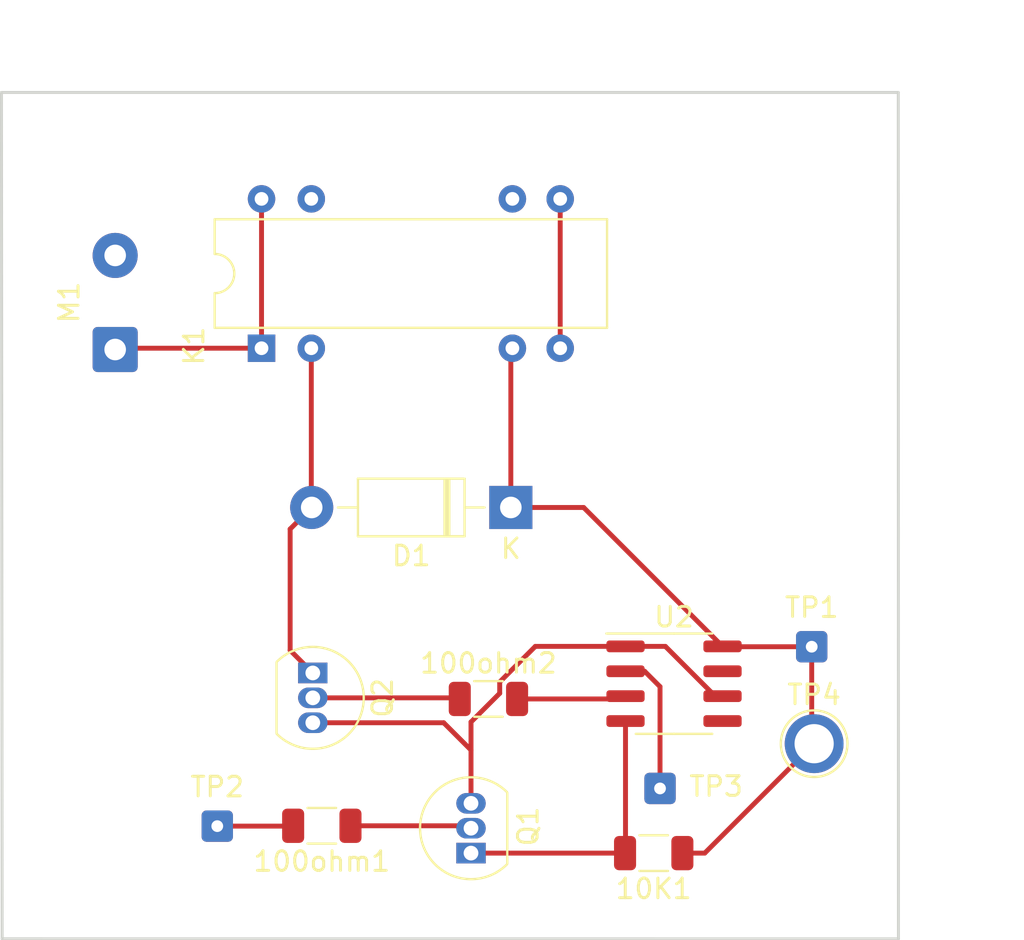
<source format=kicad_pcb>
(kicad_pcb (version 20171130) (host pcbnew "(5.1.9)-1")

  (general
    (thickness 1.6)
    (drawings 6)
    (tracks 46)
    (zones 0)
    (modules 13)
    (nets 12)
  )

  (page A4)
  (layers
    (0 F.Cu signal)
    (31 B.Cu signal)
    (32 B.Adhes user)
    (33 F.Adhes user)
    (34 B.Paste user)
    (35 F.Paste user)
    (36 B.SilkS user)
    (37 F.SilkS user)
    (38 B.Mask user)
    (39 F.Mask user)
    (40 Dwgs.User user)
    (41 Cmts.User user)
    (42 Eco1.User user)
    (43 Eco2.User user)
    (44 Edge.Cuts user)
    (45 Margin user)
    (46 B.CrtYd user)
    (47 F.CrtYd user)
    (48 B.Fab user)
    (49 F.Fab user)
  )

  (setup
    (last_trace_width 0.25)
    (trace_clearance 0.2)
    (zone_clearance 0.508)
    (zone_45_only no)
    (trace_min 0.2)
    (via_size 0.8)
    (via_drill 0.4)
    (via_min_size 0.4)
    (via_min_drill 0.3)
    (uvia_size 0.3)
    (uvia_drill 0.1)
    (uvias_allowed no)
    (uvia_min_size 0.2)
    (uvia_min_drill 0.1)
    (edge_width 0.05)
    (segment_width 0.2)
    (pcb_text_width 0.3)
    (pcb_text_size 1.5 1.5)
    (mod_edge_width 0.12)
    (mod_text_size 1 1)
    (mod_text_width 0.15)
    (pad_size 3 3)
    (pad_drill 2)
    (pad_to_mask_clearance 0)
    (aux_axis_origin 0 0)
    (grid_origin 174.02302 79.2607)
    (visible_elements 7FFDFFFF)
    (pcbplotparams
      (layerselection 0x210a8_7fffffff)
      (usegerberextensions false)
      (usegerberattributes true)
      (usegerberadvancedattributes true)
      (creategerberjobfile true)
      (excludeedgelayer true)
      (linewidth 0.100000)
      (plotframeref false)
      (viasonmask false)
      (mode 1)
      (useauxorigin false)
      (hpglpennumber 1)
      (hpglpenspeed 20)
      (hpglpendiameter 15.000000)
      (psnegative false)
      (psa4output false)
      (plotreference true)
      (plotvalue true)
      (plotinvisibletext false)
      (padsonsilk false)
      (subtractmaskfromsilk false)
      (outputformat 4)
      (mirror false)
      (drillshape 0)
      (scaleselection 1)
      (outputdirectory "water controller gerber/"))
  )

  (net 0 "")
  (net 1 "Net-(100ohm1-Pad2)")
  (net 2 "Net-(100ohm1-Pad1)")
  (net 3 "Net-(100ohm2-Pad2)")
  (net 4 "Net-(100ohm2-Pad1)")
  (net 5 "Net-(10K1-Pad2)")
  (net 6 "Net-(10K1-Pad1)")
  (net 7 "Net-(D1-Pad2)")
  (net 8 "Net-(K1-Pad1)")
  (net 9 "Net-(K1-Pad7)")
  (net 10 GNDREF)
  (net 11 "Net-(TP3-Pad1)")

  (net_class Default "This is the default net class."
    (clearance 0.2)
    (trace_width 0.25)
    (via_dia 0.8)
    (via_drill 0.4)
    (uvia_dia 0.3)
    (uvia_drill 0.1)
    (add_net AC)
    (add_net GNDREF)
    (add_net "Net-(100ohm1-Pad1)")
    (add_net "Net-(100ohm1-Pad2)")
    (add_net "Net-(100ohm2-Pad1)")
    (add_net "Net-(100ohm2-Pad2)")
    (add_net "Net-(10K1-Pad1)")
    (add_net "Net-(10K1-Pad2)")
    (add_net "Net-(D1-Pad2)")
    (add_net "Net-(K1-Pad1)")
    (add_net "Net-(K1-Pad7)")
    (add_net "Net-(TP3-Pad1)")
    (add_net "Net-(U2-Pad5)")
    (add_net "Net-(U2-Pad7)")
  )

  (module Package_SO:SOIC-8_3.9x4.9mm_P1.27mm (layer F.Cu) (tedit 5D9F72B1) (tstamp 60569BD9)
    (at 208.28508 66.26352)
    (descr "SOIC, 8 Pin (JEDEC MS-012AA, https://www.analog.com/media/en/package-pcb-resources/package/pkg_pdf/soic_narrow-r/r_8.pdf), generated with kicad-footprint-generator ipc_gullwing_generator.py")
    (tags "SOIC SO")
    (path /6054DB57)
    (attr smd)
    (fp_text reference U2 (at 0 -3.4) (layer F.SilkS)
      (effects (font (size 1 1) (thickness 0.15)))
    )
    (fp_text value LM555 (at 0 3.4) (layer F.Fab)
      (effects (font (size 1 1) (thickness 0.15)))
    )
    (fp_line (start 3.7 -2.7) (end -3.7 -2.7) (layer F.CrtYd) (width 0.05))
    (fp_line (start 3.7 2.7) (end 3.7 -2.7) (layer F.CrtYd) (width 0.05))
    (fp_line (start -3.7 2.7) (end 3.7 2.7) (layer F.CrtYd) (width 0.05))
    (fp_line (start -3.7 -2.7) (end -3.7 2.7) (layer F.CrtYd) (width 0.05))
    (fp_line (start -1.95 -1.475) (end -0.975 -2.45) (layer F.Fab) (width 0.1))
    (fp_line (start -1.95 2.45) (end -1.95 -1.475) (layer F.Fab) (width 0.1))
    (fp_line (start 1.95 2.45) (end -1.95 2.45) (layer F.Fab) (width 0.1))
    (fp_line (start 1.95 -2.45) (end 1.95 2.45) (layer F.Fab) (width 0.1))
    (fp_line (start -0.975 -2.45) (end 1.95 -2.45) (layer F.Fab) (width 0.1))
    (fp_line (start 0 -2.56) (end -3.45 -2.56) (layer F.SilkS) (width 0.12))
    (fp_line (start 0 -2.56) (end 1.95 -2.56) (layer F.SilkS) (width 0.12))
    (fp_line (start 0 2.56) (end -1.95 2.56) (layer F.SilkS) (width 0.12))
    (fp_line (start 0 2.56) (end 1.95 2.56) (layer F.SilkS) (width 0.12))
    (fp_text user %R (at -0.11248 -0.99834) (layer F.Fab)
      (effects (font (size 0.98 0.98) (thickness 0.15)))
    )
    (pad 8 smd roundrect (at 2.475 -1.905) (size 1.95 0.6) (layers F.Cu F.Paste F.Mask) (roundrect_rratio 0.25)
      (net 6 "Net-(10K1-Pad1)"))
    (pad 7 smd roundrect (at 2.475 -0.635) (size 1.95 0.6) (layers F.Cu F.Paste F.Mask) (roundrect_rratio 0.25))
    (pad 6 smd roundrect (at 2.475 0.635) (size 1.95 0.6) (layers F.Cu F.Paste F.Mask) (roundrect_rratio 0.25)
      (net 10 GNDREF))
    (pad 5 smd roundrect (at 2.475 1.905) (size 1.95 0.6) (layers F.Cu F.Paste F.Mask) (roundrect_rratio 0.25))
    (pad 4 smd roundrect (at -2.475 1.905) (size 1.95 0.6) (layers F.Cu F.Paste F.Mask) (roundrect_rratio 0.25)
      (net 5 "Net-(10K1-Pad2)"))
    (pad 3 smd roundrect (at -2.475 0.635) (size 1.95 0.6) (layers F.Cu F.Paste F.Mask) (roundrect_rratio 0.25)
      (net 3 "Net-(100ohm2-Pad2)"))
    (pad 2 smd roundrect (at -2.475 -0.635) (size 1.95 0.6) (layers F.Cu F.Paste F.Mask) (roundrect_rratio 0.25)
      (net 11 "Net-(TP3-Pad1)"))
    (pad 1 smd roundrect (at -2.475 -1.905) (size 1.95 0.6) (layers F.Cu F.Paste F.Mask) (roundrect_rratio 0.25)
      (net 10 GNDREF))
    (model ${KISYS3DMOD}/Package_SO.3dshapes/SOIC-8_3.9x4.9mm_P1.27mm.wrl
      (at (xyz 0 0 0))
      (scale (xyz 1 1 1))
      (rotate (xyz 0 0 0))
    )
  )

  (module TestPoint:TestPoint_Plated_Hole_D2.0mm (layer F.Cu) (tedit 6056A90F) (tstamp 60569B8D)
    (at 215.43518 69.32422)
    (descr "Plated Hole as test Point, diameter 2.0mm")
    (tags "test point plated hole")
    (path /6056FBED)
    (attr virtual)
    (fp_text reference TP4 (at 0 -2.498) (layer F.SilkS)
      (effects (font (size 1 1) (thickness 0.15)))
    )
    (fp_text value "+9V VCC" (at 0 2.45) (layer F.Fab)
      (effects (font (size 1 1) (thickness 0.15)))
    )
    (fp_circle (center 0 0) (end 1.8 0) (layer F.CrtYd) (width 0.05))
    (fp_circle (center 0 0) (end 0 -1.7) (layer F.SilkS) (width 0.12))
    (fp_text user %R (at 0 -2.5) (layer F.Fab)
      (effects (font (size 1 1) (thickness 0.15)))
    )
    (pad 1 thru_hole circle (at 0 0) (size 3 3) (drill 2) (layers *.Mask F.Cu)
      (net 6 "Net-(10K1-Pad1)"))
  )

  (module Connector_Wire:SolderWire-0.1sqmm_1x01_D0.4mm_OD1mm (layer F.Cu) (tedit 6056A872) (tstamp 60569B85)
    (at 207.57134 71.60768)
    (descr "Soldered wire connection, for a single 0.1 mm² wire, basic insulation, conductor diameter 0.4mm, outer diameter 1mm, size source Multi-Contact FLEXI-E 0.1 (https://ec.staubli.com/AcroFiles/Catalogues/TM_Cab-Main-11014119_(en)_hi.pdf), bend radius 3 times outer diameter, generated with kicad-footprint-generator")
    (tags "connector wire 0.1sqmm")
    (path /60576B9F)
    (attr virtual)
    (fp_text reference TP3 (at 2.86258 -0.10414) (layer F.SilkS)
      (effects (font (size 1 1) (thickness 0.15)))
    )
    (fp_text value LOW (at 0 2) (layer F.Fab)
      (effects (font (size 1 1) (thickness 0.15)))
    )
    (fp_circle (center 0 0) (end 0.5 0) (layer F.Fab) (width 0.1))
    (fp_line (start -1.3 -1.3) (end -1.3 1.3) (layer F.CrtYd) (width 0.05))
    (fp_line (start -1.3 1.3) (end 1.3 1.3) (layer F.CrtYd) (width 0.05))
    (fp_line (start 1.3 1.3) (end 1.3 -1.3) (layer F.CrtYd) (width 0.05))
    (fp_line (start 1.3 -1.3) (end -1.3 -1.3) (layer F.CrtYd) (width 0.05))
    (fp_text user %R (at 0 0) (layer F.Fab)
      (effects (font (size 0.25 0.25) (thickness 0.04)))
    )
    (pad 1 thru_hole roundrect (at 0 0) (size 1.6 1.6) (drill 0.6) (layers *.Mask F.Cu) (roundrect_rratio 0.156)
      (net 11 "Net-(TP3-Pad1)"))
    (model ${KISYS3DMOD}/Connector_Wire.3dshapes/SolderWire-0.1sqmm_1x01_D0.4mm_OD1mm.wrl
      (at (xyz 0 0 0))
      (scale (xyz 1 1 1))
      (rotate (xyz 0 0 0))
    )
  )

  (module Connector_Wire:SolderWire-0.1sqmm_1x01_D0.4mm_OD1mm (layer F.Cu) (tedit 6056A84F) (tstamp 60569B7A)
    (at 184.98058 73.53046)
    (descr "Soldered wire connection, for a single 0.1 mm² wire, basic insulation, conductor diameter 0.4mm, outer diameter 1mm, size source Multi-Contact FLEXI-E 0.1 (https://ec.staubli.com/AcroFiles/Catalogues/TM_Cab-Main-11014119_(en)_hi.pdf), bend radius 3 times outer diameter, generated with kicad-footprint-generator")
    (tags "connector wire 0.1sqmm")
    (path /60577BB3)
    (attr virtual)
    (fp_text reference TP2 (at 0 -2) (layer F.SilkS)
      (effects (font (size 1 1) (thickness 0.15)))
    )
    (fp_text value UP (at 0 2) (layer F.Fab)
      (effects (font (size 1 1) (thickness 0.15)))
    )
    (fp_circle (center 0 0) (end 0.5 0) (layer F.Fab) (width 0.1))
    (fp_line (start -1.3 -1.3) (end -1.3 1.3) (layer F.CrtYd) (width 0.05))
    (fp_line (start -1.3 1.3) (end 1.3 1.3) (layer F.CrtYd) (width 0.05))
    (fp_line (start 1.3 1.3) (end 1.3 -1.3) (layer F.CrtYd) (width 0.05))
    (fp_line (start 1.3 -1.3) (end -1.3 -1.3) (layer F.CrtYd) (width 0.05))
    (fp_text user %R (at 0 0) (layer F.Fab)
      (effects (font (size 0.25 0.25) (thickness 0.04)))
    )
    (pad 1 thru_hole roundrect (at 0 0) (size 1.6 1.6) (drill 0.6) (layers *.Mask F.Cu) (roundrect_rratio 0.156)
      (net 1 "Net-(100ohm1-Pad2)"))
    (model ${KISYS3DMOD}/Connector_Wire.3dshapes/SolderWire-0.1sqmm_1x01_D0.4mm_OD1mm.wrl
      (at (xyz 0 0 0))
      (scale (xyz 1 1 1))
      (rotate (xyz 0 0 0))
    )
  )

  (module Connector_Wire:SolderWire-0.1sqmm_1x01_D0.4mm_OD1mm (layer F.Cu) (tedit 6056A886) (tstamp 60569B6F)
    (at 215.31072 64.3763)
    (descr "Soldered wire connection, for a single 0.1 mm² wire, basic insulation, conductor diameter 0.4mm, outer diameter 1mm, size source Multi-Contact FLEXI-E 0.1 (https://ec.staubli.com/AcroFiles/Catalogues/TM_Cab-Main-11014119_(en)_hi.pdf), bend radius 3 times outer diameter, generated with kicad-footprint-generator")
    (tags "connector wire 0.1sqmm")
    (path /60578876)
    (attr virtual)
    (fp_text reference TP1 (at 0 -2) (layer F.SilkS)
      (effects (font (size 1 1) (thickness 0.15)))
    )
    (fp_text value VCC (at 0 2) (layer F.Fab)
      (effects (font (size 1 1) (thickness 0.15)))
    )
    (fp_circle (center 0 0) (end 0.5 0) (layer F.Fab) (width 0.1))
    (fp_line (start -1.3 -1.3) (end -1.3 1.3) (layer F.CrtYd) (width 0.05))
    (fp_line (start -1.3 1.3) (end 1.3 1.3) (layer F.CrtYd) (width 0.05))
    (fp_line (start 1.3 1.3) (end 1.3 -1.3) (layer F.CrtYd) (width 0.05))
    (fp_line (start 1.3 -1.3) (end -1.3 -1.3) (layer F.CrtYd) (width 0.05))
    (fp_text user %R (at 0 0) (layer F.Fab)
      (effects (font (size 0.25 0.25) (thickness 0.04)))
    )
    (pad 1 thru_hole roundrect (at 0 0) (size 1.6 1.6) (drill 0.6) (layers *.Mask F.Cu) (roundrect_rratio 0.156)
      (net 6 "Net-(10K1-Pad1)"))
    (model ${KISYS3DMOD}/Connector_Wire.3dshapes/SolderWire-0.1sqmm_1x01_D0.4mm_OD1mm.wrl
      (at (xyz 0 0 0))
      (scale (xyz 1 1 1))
      (rotate (xyz 0 0 0))
    )
  )

  (module Package_TO_SOT_THT:TO-92_Inline (layer F.Cu) (tedit 6056A846) (tstamp 60569B64)
    (at 189.85484 65.71488 270)
    (descr "TO-92 leads in-line, narrow, oval pads, drill 0.75mm (see NXP sot054_po.pdf)")
    (tags "to-92 sc-43 sc-43a sot54 PA33 transistor")
    (path /60555812)
    (fp_text reference Q2 (at 1.27 -3.56 90) (layer F.SilkS)
      (effects (font (size 1 1) (thickness 0.15)))
    )
    (fp_text value BC548 (at 1.27 2.79 90) (layer F.Fab)
      (effects (font (size 1 1) (thickness 0.15)))
    )
    (fp_line (start -0.53 1.85) (end 3.07 1.85) (layer F.SilkS) (width 0.12))
    (fp_line (start -0.5 1.75) (end 3 1.75) (layer F.Fab) (width 0.1))
    (fp_line (start -1.46 -2.73) (end 4 -2.73) (layer F.CrtYd) (width 0.05))
    (fp_line (start -1.46 -2.73) (end -1.46 2.01) (layer F.CrtYd) (width 0.05))
    (fp_line (start 4 2.01) (end 4 -2.73) (layer F.CrtYd) (width 0.05))
    (fp_line (start 4 2.01) (end -1.46 2.01) (layer F.CrtYd) (width 0.05))
    (fp_arc (start 1.27 0) (end 1.27 -2.6) (angle 135) (layer F.SilkS) (width 0.12))
    (fp_arc (start 1.27 0) (end 1.27 -2.48) (angle -135) (layer F.Fab) (width 0.1))
    (fp_arc (start 1.27 0) (end 1.27 -2.6) (angle -135) (layer F.SilkS) (width 0.12))
    (fp_arc (start 1.27 0) (end 1.27 -2.48) (angle 135) (layer F.Fab) (width 0.1))
    (fp_text user %R (at 1.27 0 90) (layer F.Fab)
      (effects (font (size 1 1) (thickness 0.15)))
    )
    (pad 1 thru_hole rect (at 0 0 270) (size 1.05 1.5) (drill 0.75) (layers *.Mask F.Cu)
      (net 7 "Net-(D1-Pad2)"))
    (pad 3 thru_hole oval (at 2.54 0 270) (size 1.05 1.5) (drill 0.75) (layers *.Mask F.Cu)
      (net 10 GNDREF))
    (pad 2 thru_hole oval (at 1.27 0 270) (size 1.05 1.5) (drill 0.75) (layers *.Mask F.Cu)
      (net 4 "Net-(100ohm2-Pad1)"))
    (model ${KISYS3DMOD}/Package_TO_SOT_THT.3dshapes/TO-92_Inline.wrl
      (at (xyz 0 0 0))
      (scale (xyz 1 1 1))
      (rotate (xyz 0 0 0))
    )
  )

  (module Package_TO_SOT_THT:TO-92_Inline (layer F.Cu) (tedit 6056A86A) (tstamp 60569B52)
    (at 197.92696 74.90714 90)
    (descr "TO-92 leads in-line, narrow, oval pads, drill 0.75mm (see NXP sot054_po.pdf)")
    (tags "to-92 sc-43 sc-43a sot54 PA33 transistor")
    (path /6054FFC1)
    (fp_text reference Q1 (at 1.36144 2.91592 90) (layer F.SilkS)
      (effects (font (size 1 1) (thickness 0.15)))
    )
    (fp_text value BC548 (at 1.27 2.79 90) (layer F.Fab)
      (effects (font (size 1 1) (thickness 0.15)))
    )
    (fp_line (start -0.53 1.85) (end 3.07 1.85) (layer F.SilkS) (width 0.12))
    (fp_line (start -0.5 1.75) (end 3 1.75) (layer F.Fab) (width 0.1))
    (fp_line (start -1.46 -2.73) (end 4 -2.73) (layer F.CrtYd) (width 0.05))
    (fp_line (start -1.46 -2.73) (end -1.46 2.01) (layer F.CrtYd) (width 0.05))
    (fp_line (start 4 2.01) (end 4 -2.73) (layer F.CrtYd) (width 0.05))
    (fp_line (start 4 2.01) (end -1.46 2.01) (layer F.CrtYd) (width 0.05))
    (fp_arc (start 1.27 0) (end 1.27 -2.6) (angle 135) (layer F.SilkS) (width 0.12))
    (fp_arc (start 1.27 0) (end 1.27 -2.48) (angle -135) (layer F.Fab) (width 0.1))
    (fp_arc (start 1.27 0) (end 1.27 -2.6) (angle -135) (layer F.SilkS) (width 0.12))
    (fp_arc (start 1.27 0) (end 1.27 -2.48) (angle 135) (layer F.Fab) (width 0.1))
    (fp_text user %R (at 1.27 0 90) (layer F.Fab)
      (effects (font (size 1 1) (thickness 0.15)))
    )
    (pad 1 thru_hole rect (at 0 0 90) (size 1.05 1.5) (drill 0.75) (layers *.Mask F.Cu)
      (net 5 "Net-(10K1-Pad2)"))
    (pad 3 thru_hole oval (at 2.54 0 90) (size 1.05 1.5) (drill 0.75) (layers *.Mask F.Cu)
      (net 10 GNDREF))
    (pad 2 thru_hole oval (at 1.27 0 90) (size 1.05 1.5) (drill 0.75) (layers *.Mask F.Cu)
      (net 2 "Net-(100ohm1-Pad1)"))
    (model ${KISYS3DMOD}/Package_TO_SOT_THT.3dshapes/TO-92_Inline.wrl
      (at (xyz 0 0 0))
      (scale (xyz 1 1 1))
      (rotate (xyz 0 0 0))
    )
  )

  (module Connector_Wire:SolderWire-0.5sqmm_1x02_P4.8mm_D0.9mm_OD2.3mm (layer F.Cu) (tedit 6056A7C0) (tstamp 60569B40)
    (at 179.77104 49.2119 90)
    (descr "Soldered wire connection, for 2 times 0.5 mm² wires, reinforced insulation, conductor diameter 0.9mm, outer diameter 2.3mm, size source Multi-Contact FLEXI-xV 0.5 (https://ec.staubli.com/AcroFiles/Catalogues/TM_Cab-Main-11014119_(en)_hi.pdf), bend radius 3 times outer diameter, generated with kicad-footprint-generator")
    (tags "connector wire 0.5sqmm")
    (path /60566FC5)
    (attr virtual)
    (fp_text reference M1 (at 2.4 -2.35 90) (layer F.SilkS)
      (effects (font (size 1 1) (thickness 0.15)))
    )
    (fp_text value Motor_DC (at 2.4 2.35 90) (layer F.Fab)
      (effects (font (size 1 1) (thickness 0.15)))
    )
    (fp_circle (center 0 0) (end 1.15 0) (layer F.Fab) (width 0.1))
    (fp_circle (center 4.8 0) (end 5.95 0) (layer F.Fab) (width 0.1))
    (fp_line (start -1.9 -1.65) (end -1.9 1.65) (layer F.CrtYd) (width 0.05))
    (fp_line (start -1.9 1.65) (end 1.9 1.65) (layer F.CrtYd) (width 0.05))
    (fp_line (start 1.9 1.65) (end 1.9 -1.65) (layer F.CrtYd) (width 0.05))
    (fp_line (start 1.9 -1.65) (end -1.9 -1.65) (layer F.CrtYd) (width 0.05))
    (fp_line (start 2.9 -1.65) (end 2.9 1.65) (layer F.CrtYd) (width 0.05))
    (fp_line (start 2.9 1.65) (end 6.7 1.65) (layer F.CrtYd) (width 0.05))
    (fp_line (start 6.7 1.65) (end 6.7 -1.65) (layer F.CrtYd) (width 0.05))
    (fp_line (start 6.7 -1.65) (end 2.9 -1.65) (layer F.CrtYd) (width 0.05))
    (fp_text user %R (at 2.4 0) (layer F.Fab)
      (effects (font (size 0.82 0.82) (thickness 0.12)))
    )
    (pad 2 thru_hole circle (at 4.8 0 90) (size 2.3 2.3) (drill 1.1) (layers *.Mask F.Cu))
    (pad 1 thru_hole roundrect (at 0 0 90) (size 2.3 2.3) (drill 1.1) (layers *.Mask F.Cu) (roundrect_rratio 0.109)
      (net 8 "Net-(K1-Pad1)"))
    (model ${KISYS3DMOD}/Connector_Wire.3dshapes/SolderWire-0.5sqmm_1x02_P4.8mm_D0.9mm_OD2.3mm.wrl
      (at (xyz 0 0 0))
      (scale (xyz 1 1 1))
      (rotate (xyz 0 0 0))
    )
  )

  (module Relay_THT:Relay_StandexMeder_DIP_LowProfile (layer F.Cu) (tedit 6056A7FA) (tstamp 60569B2F)
    (at 187.23864 49.14646 90)
    (descr "package for Standex Meder DIP reed relay series, see https://standexelectronics.com/wp-content/uploads/datasheet_reed_relay_DIP.pdf")
    (tags "DIL DIP PDIP 2.54mm 7.62mm 300mil reed relay")
    (path /60557D20)
    (fp_text reference K1 (at 0.11176 -3.44678 90) (layer F.SilkS)
      (effects (font (size 1 1) (thickness 0.15)))
    )
    (fp_text value DIPxx-1Axx-11x (at 3.81 18.63 90) (layer F.Fab)
      (effects (font (size 1 1) (thickness 0.15)))
    )
    (fp_line (start 1.64 -2.27) (end 6.99 -2.27) (layer F.Fab) (width 0.1))
    (fp_line (start 6.99 -2.27) (end 6.99 17.51) (layer F.Fab) (width 0.1))
    (fp_line (start 6.99 17.51) (end 0.64 17.51) (layer F.Fab) (width 0.1))
    (fp_line (start 0.64 17.51) (end 0.64 -1.27) (layer F.Fab) (width 0.1))
    (fp_line (start 0.64 -1.27) (end 1.64 -2.27) (layer F.Fab) (width 0.1))
    (fp_line (start 2.81 -2.39) (end 1.04 -2.39) (layer F.SilkS) (width 0.12))
    (fp_line (start 1.04 -2.39) (end 1.04 17.63) (layer F.SilkS) (width 0.12))
    (fp_line (start 1.04 17.63) (end 6.58 17.63) (layer F.SilkS) (width 0.12))
    (fp_line (start 6.58 17.63) (end 6.58 -2.39) (layer F.SilkS) (width 0.12))
    (fp_line (start 6.58 -2.39) (end 4.81 -2.39) (layer F.SilkS) (width 0.12))
    (fp_line (start -1.1 -2.6) (end -1.1 17.8) (layer F.CrtYd) (width 0.05))
    (fp_line (start -1.1 17.8) (end 8.7 17.8) (layer F.CrtYd) (width 0.05))
    (fp_line (start 8.7 17.8) (end 8.7 -2.6) (layer F.CrtYd) (width 0.05))
    (fp_line (start 8.7 -2.6) (end -1.1 -2.6) (layer F.CrtYd) (width 0.05))
    (fp_arc (start 3.81 -2.39) (end 2.81 -2.39) (angle -180) (layer F.SilkS) (width 0.12))
    (fp_text user %R (at 3.815 7.62 90) (layer F.Fab)
      (effects (font (size 1 1) (thickness 0.15)))
    )
    (pad 14 thru_hole circle (at 7.62 0 90) (size 1.4 1.4) (drill 0.7) (layers *.Mask F.Cu)
      (net 8 "Net-(K1-Pad1)"))
    (pad 7 thru_hole circle (at 0 15.24 90) (size 1.4 1.4) (drill 0.7) (layers *.Mask F.Cu)
      (net 9 "Net-(K1-Pad7)"))
    (pad 8 thru_hole circle (at 7.62 15.24 90) (size 1.4 1.4) (drill 0.7) (layers *.Mask F.Cu)
      (net 9 "Net-(K1-Pad7)"))
    (pad 1 thru_hole rect (at 0 0 90) (size 1.4 1.4) (drill 0.7) (layers *.Mask F.Cu)
      (net 8 "Net-(K1-Pad1)"))
    (pad 2 thru_hole circle (at 0 2.54 90) (size 1.4 1.4) (drill 0.7) (layers *.Mask F.Cu)
      (net 7 "Net-(D1-Pad2)"))
    (pad 6 thru_hole circle (at 0 12.8 90) (size 1.4 1.4) (drill 0.7) (layers *.Mask F.Cu)
      (net 6 "Net-(10K1-Pad1)"))
    (pad 9 thru_hole circle (at 7.62 12.8 90) (size 1.4 1.4) (drill 0.7) (layers *.Mask F.Cu))
    (pad 13 thru_hole circle (at 7.62 2.54 90) (size 1.4 1.4) (drill 0.7) (layers *.Mask F.Cu))
    (model ${KISYS3DMOD}/Relay_THT.3dshapes/Relay_StandexMeder_DIP_LowProfile.wrl
      (at (xyz 0 0 0))
      (scale (xyz 1 1 1))
      (rotate (xyz 0 0 0))
    )
  )

  (module Diode_THT:D_DO-41_SOD81_P10.16mm_Horizontal (layer F.Cu) (tedit 6056A807) (tstamp 60569B13)
    (at 199.95896 57.27192 180)
    (descr "Diode, DO-41_SOD81 series, Axial, Horizontal, pin pitch=10.16mm, , length*diameter=5.2*2.7mm^2, , http://www.diodes.com/_files/packages/DO-41%20(Plastic).pdf")
    (tags "Diode DO-41_SOD81 series Axial Horizontal pin pitch 10.16mm  length 5.2mm diameter 2.7mm")
    (path /60556B4C)
    (fp_text reference D1 (at 5.08 -2.47) (layer F.SilkS)
      (effects (font (size 1 1) (thickness 0.15)))
    )
    (fp_text value 1N4007 (at 5.08 2.47) (layer F.Fab)
      (effects (font (size 1 1) (thickness 0.15)))
    )
    (fp_line (start 2.48 -1.35) (end 2.48 1.35) (layer F.Fab) (width 0.1))
    (fp_line (start 2.48 1.35) (end 7.68 1.35) (layer F.Fab) (width 0.1))
    (fp_line (start 7.68 1.35) (end 7.68 -1.35) (layer F.Fab) (width 0.1))
    (fp_line (start 7.68 -1.35) (end 2.48 -1.35) (layer F.Fab) (width 0.1))
    (fp_line (start 0 0) (end 2.48 0) (layer F.Fab) (width 0.1))
    (fp_line (start 10.16 0) (end 7.68 0) (layer F.Fab) (width 0.1))
    (fp_line (start 3.26 -1.35) (end 3.26 1.35) (layer F.Fab) (width 0.1))
    (fp_line (start 3.36 -1.35) (end 3.36 1.35) (layer F.Fab) (width 0.1))
    (fp_line (start 3.16 -1.35) (end 3.16 1.35) (layer F.Fab) (width 0.1))
    (fp_line (start 2.36 -1.47) (end 2.36 1.47) (layer F.SilkS) (width 0.12))
    (fp_line (start 2.36 1.47) (end 7.8 1.47) (layer F.SilkS) (width 0.12))
    (fp_line (start 7.8 1.47) (end 7.8 -1.47) (layer F.SilkS) (width 0.12))
    (fp_line (start 7.8 -1.47) (end 2.36 -1.47) (layer F.SilkS) (width 0.12))
    (fp_line (start 1.34 0) (end 2.36 0) (layer F.SilkS) (width 0.12))
    (fp_line (start 8.82 0) (end 7.8 0) (layer F.SilkS) (width 0.12))
    (fp_line (start 3.26 -1.47) (end 3.26 1.47) (layer F.SilkS) (width 0.12))
    (fp_line (start 3.38 -1.47) (end 3.38 1.47) (layer F.SilkS) (width 0.12))
    (fp_line (start 3.14 -1.47) (end 3.14 1.47) (layer F.SilkS) (width 0.12))
    (fp_line (start -1.35 -1.6) (end -1.35 1.6) (layer F.CrtYd) (width 0.05))
    (fp_line (start -1.35 1.6) (end 11.51 1.6) (layer F.CrtYd) (width 0.05))
    (fp_line (start 11.51 1.6) (end 11.51 -1.6) (layer F.CrtYd) (width 0.05))
    (fp_line (start 11.51 -1.6) (end -1.35 -1.6) (layer F.CrtYd) (width 0.05))
    (fp_text user K (at 0 -2.1) (layer F.SilkS)
      (effects (font (size 1 1) (thickness 0.15)))
    )
    (fp_text user K (at 0 -2.1) (layer F.Fab)
      (effects (font (size 1 1) (thickness 0.15)))
    )
    (fp_text user %R (at 5.47 0) (layer F.Fab)
      (effects (font (size 1 1) (thickness 0.15)))
    )
    (pad 2 thru_hole oval (at 10.16 0 180) (size 2.2 2.2) (drill 1.1) (layers *.Mask F.Cu)
      (net 7 "Net-(D1-Pad2)"))
    (pad 1 thru_hole rect (at 0 0 180) (size 2.2 2.2) (drill 1.1) (layers *.Mask F.Cu)
      (net 6 "Net-(10K1-Pad1)"))
    (model ${KISYS3DMOD}/Diode_THT.3dshapes/D_DO-41_SOD81_P10.16mm_Horizontal.wrl
      (at (xyz 0 0 0))
      (scale (xyz 1 1 1))
      (rotate (xyz 0 0 0))
    )
  )

  (module Resistor_SMD:R_1206_3216Metric (layer F.Cu) (tedit 5F68FEEE) (tstamp 60569AF4)
    (at 207.2493 74.90714 180)
    (descr "Resistor SMD 1206 (3216 Metric), square (rectangular) end terminal, IPC_7351 nominal, (Body size source: IPC-SM-782 page 72, https://www.pcb-3d.com/wordpress/wp-content/uploads/ipc-sm-782a_amendment_1_and_2.pdf), generated with kicad-footprint-generator")
    (tags resistor)
    (path /6055A3F7)
    (attr smd)
    (fp_text reference 10K1 (at 0 -1.82) (layer F.SilkS)
      (effects (font (size 1 1) (thickness 0.15)))
    )
    (fp_text value R (at 0 1.82) (layer F.Fab)
      (effects (font (size 1 1) (thickness 0.15)))
    )
    (fp_line (start -1.6 0.8) (end -1.6 -0.8) (layer F.Fab) (width 0.1))
    (fp_line (start -1.6 -0.8) (end 1.6 -0.8) (layer F.Fab) (width 0.1))
    (fp_line (start 1.6 -0.8) (end 1.6 0.8) (layer F.Fab) (width 0.1))
    (fp_line (start 1.6 0.8) (end -1.6 0.8) (layer F.Fab) (width 0.1))
    (fp_line (start -0.727064 -0.91) (end 0.727064 -0.91) (layer F.SilkS) (width 0.12))
    (fp_line (start -0.727064 0.91) (end 0.727064 0.91) (layer F.SilkS) (width 0.12))
    (fp_line (start -2.28 1.12) (end -2.28 -1.12) (layer F.CrtYd) (width 0.05))
    (fp_line (start -2.28 -1.12) (end 2.28 -1.12) (layer F.CrtYd) (width 0.05))
    (fp_line (start 2.28 -1.12) (end 2.28 1.12) (layer F.CrtYd) (width 0.05))
    (fp_line (start 2.28 1.12) (end -2.28 1.12) (layer F.CrtYd) (width 0.05))
    (fp_text user %R (at 0.4445 0) (layer F.Fab)
      (effects (font (size 0.8 0.8) (thickness 0.12)))
    )
    (pad 2 smd roundrect (at 1.4625 0 180) (size 1.125 1.75) (layers F.Cu F.Paste F.Mask) (roundrect_rratio 0.2222204444444444)
      (net 5 "Net-(10K1-Pad2)"))
    (pad 1 smd roundrect (at -1.4625 0 180) (size 1.125 1.75) (layers F.Cu F.Paste F.Mask) (roundrect_rratio 0.2222204444444444)
      (net 6 "Net-(10K1-Pad1)"))
    (model ${KISYS3DMOD}/Resistor_SMD.3dshapes/R_1206_3216Metric.wrl
      (at (xyz 0 0 0))
      (scale (xyz 1 1 1))
      (rotate (xyz 0 0 0))
    )
  )

  (module Resistor_SMD:R_1206_3216Metric (layer F.Cu) (tedit 5F68FEEE) (tstamp 60569AE3)
    (at 198.81596 67.04076)
    (descr "Resistor SMD 1206 (3216 Metric), square (rectangular) end terminal, IPC_7351 nominal, (Body size source: IPC-SM-782 page 72, https://www.pcb-3d.com/wordpress/wp-content/uploads/ipc-sm-782a_amendment_1_and_2.pdf), generated with kicad-footprint-generator")
    (tags resistor)
    (path /6055B842)
    (attr smd)
    (fp_text reference 100ohm2 (at 0 -1.82) (layer F.SilkS)
      (effects (font (size 1 1) (thickness 0.15)))
    )
    (fp_text value R (at 0 1.82) (layer F.Fab)
      (effects (font (size 1 1) (thickness 0.15)))
    )
    (fp_line (start -1.6 0.8) (end -1.6 -0.8) (layer F.Fab) (width 0.1))
    (fp_line (start -1.6 -0.8) (end 1.6 -0.8) (layer F.Fab) (width 0.1))
    (fp_line (start 1.6 -0.8) (end 1.6 0.8) (layer F.Fab) (width 0.1))
    (fp_line (start 1.6 0.8) (end -1.6 0.8) (layer F.Fab) (width 0.1))
    (fp_line (start -0.727064 -0.91) (end 0.727064 -0.91) (layer F.SilkS) (width 0.12))
    (fp_line (start -0.727064 0.91) (end 0.727064 0.91) (layer F.SilkS) (width 0.12))
    (fp_line (start -2.28 1.12) (end -2.28 -1.12) (layer F.CrtYd) (width 0.05))
    (fp_line (start -2.28 -1.12) (end 2.28 -1.12) (layer F.CrtYd) (width 0.05))
    (fp_line (start 2.28 -1.12) (end 2.28 1.12) (layer F.CrtYd) (width 0.05))
    (fp_line (start 2.28 1.12) (end -2.28 1.12) (layer F.CrtYd) (width 0.05))
    (fp_text user %R (at 0.17526 0) (layer F.Fab)
      (effects (font (size 0.8 0.8) (thickness 0.12)))
    )
    (pad 2 smd roundrect (at 1.4625 0) (size 1.125 1.75) (layers F.Cu F.Paste F.Mask) (roundrect_rratio 0.2222204444444444)
      (net 3 "Net-(100ohm2-Pad2)"))
    (pad 1 smd roundrect (at -1.4625 0) (size 1.125 1.75) (layers F.Cu F.Paste F.Mask) (roundrect_rratio 0.2222204444444444)
      (net 4 "Net-(100ohm2-Pad1)"))
    (model ${KISYS3DMOD}/Resistor_SMD.3dshapes/R_1206_3216Metric.wrl
      (at (xyz 0 0 0))
      (scale (xyz 1 1 1))
      (rotate (xyz 0 0 0))
    )
  )

  (module Resistor_SMD:R_1206_3216Metric (layer F.Cu) (tedit 5F68FEEE) (tstamp 60569AD2)
    (at 190.31458 73.51268 180)
    (descr "Resistor SMD 1206 (3216 Metric), square (rectangular) end terminal, IPC_7351 nominal, (Body size source: IPC-SM-782 page 72, https://www.pcb-3d.com/wordpress/wp-content/uploads/ipc-sm-782a_amendment_1_and_2.pdf), generated with kicad-footprint-generator")
    (tags resistor)
    (path /6055AD6E)
    (attr smd)
    (fp_text reference 100ohm1 (at 0 -1.82) (layer F.SilkS)
      (effects (font (size 1 1) (thickness 0.15)))
    )
    (fp_text value R (at 0 1.82) (layer F.Fab)
      (effects (font (size 1 1) (thickness 0.15)))
    )
    (fp_line (start -1.6 0.8) (end -1.6 -0.8) (layer F.Fab) (width 0.1))
    (fp_line (start -1.6 -0.8) (end 1.6 -0.8) (layer F.Fab) (width 0.1))
    (fp_line (start 1.6 -0.8) (end 1.6 0.8) (layer F.Fab) (width 0.1))
    (fp_line (start 1.6 0.8) (end -1.6 0.8) (layer F.Fab) (width 0.1))
    (fp_line (start -0.727064 -0.91) (end 0.727064 -0.91) (layer F.SilkS) (width 0.12))
    (fp_line (start -0.727064 0.91) (end 0.727064 0.91) (layer F.SilkS) (width 0.12))
    (fp_line (start -2.28 1.12) (end -2.28 -1.12) (layer F.CrtYd) (width 0.05))
    (fp_line (start -2.28 -1.12) (end 2.28 -1.12) (layer F.CrtYd) (width 0.05))
    (fp_line (start 2.28 -1.12) (end 2.28 1.12) (layer F.CrtYd) (width 0.05))
    (fp_line (start 2.28 1.12) (end -2.28 1.12) (layer F.CrtYd) (width 0.05))
    (fp_text user %R (at -0.0889 0.1778) (layer F.Fab)
      (effects (font (size 0.8 0.8) (thickness 0.12)))
    )
    (pad 2 smd roundrect (at 1.4625 0 180) (size 1.125 1.75) (layers F.Cu F.Paste F.Mask) (roundrect_rratio 0.2222204444444444)
      (net 1 "Net-(100ohm1-Pad2)"))
    (pad 1 smd roundrect (at -1.4625 0 180) (size 1.125 1.75) (layers F.Cu F.Paste F.Mask) (roundrect_rratio 0.2222204444444444)
      (net 2 "Net-(100ohm1-Pad1)"))
    (model ${KISYS3DMOD}/Resistor_SMD.3dshapes/R_1206_3216Metric.wrl
      (at (xyz 0 0 0))
      (scale (xyz 1 1 1))
      (rotate (xyz 0 0 0))
    )
  )

  (dimension 43.190162 (width 0.15) (layer Dwgs.User)
    (gr_text "43.190 mm" (at 222.502248 57.685125 270.0168477) (layer Dwgs.User)
      (effects (font (size 1 1) (thickness 0.15)))
    )
    (feature1 (pts (xy 219.7354 79.28102) (xy 221.795019 79.280414)))
    (feature2 (pts (xy 219.7227 36.09086) (xy 221.782319 36.090254)))
    (crossbar (pts (xy 221.195898 36.090427) (xy 221.208598 79.280587)))
    (arrow1a (pts (xy 221.208598 79.280587) (xy 220.621846 78.154256)))
    (arrow1b (pts (xy 221.208598 79.280587) (xy 221.794687 78.153911)))
    (arrow2a (pts (xy 221.195898 36.090427) (xy 220.609809 37.217103)))
    (arrow2b (pts (xy 221.195898 36.090427) (xy 221.78265 37.216758)))
  )
  (dimension 45.75048 (width 0.15) (layer Dwgs.User)
    (gr_text "45.750 mm" (at 196.847683 32.076857 359.996819) (layer Dwgs.User)
      (effects (font (size 1 1) (thickness 0.15)))
    )
    (feature1 (pts (xy 219.7227 36.0934) (xy 219.722883 32.791706)))
    (feature2 (pts (xy 173.97222 36.09086) (xy 173.972403 32.789166)))
    (crossbar (pts (xy 173.972371 33.375587) (xy 219.722851 33.378127)))
    (arrow1a (pts (xy 219.722851 33.378127) (xy 218.596315 33.964485)))
    (arrow1b (pts (xy 219.722851 33.378127) (xy 218.59638 32.791644)))
    (arrow2a (pts (xy 173.972371 33.375587) (xy 175.098842 33.96207)))
    (arrow2b (pts (xy 173.972371 33.375587) (xy 175.098907 32.789229)))
  )
  (gr_line (start 174.00778 79.27848) (end 219.7354 79.28102) (layer Edge.Cuts) (width 0.15))
  (gr_line (start 173.96968 36.09594) (end 174.00524 79.27848) (layer Edge.Cuts) (width 0.15))
  (gr_line (start 219.72778 36.09594) (end 219.7354 79.28102) (layer Edge.Cuts) (width 0.15))
  (gr_line (start 173.96968 36.09594) (end 219.72778 36.09594) (layer Edge.Cuts) (width 0.15))

  (segment (start 188.8343 73.53046) (end 188.85208 73.51268) (width 0.25) (layer F.Cu) (net 1))
  (segment (start 184.98058 73.53046) (end 188.8343 73.53046) (width 0.25) (layer F.Cu) (net 1))
  (segment (start 197.8025 73.51268) (end 197.92696 73.63714) (width 0.25) (layer F.Cu) (net 2))
  (segment (start 191.77708 73.51268) (end 197.8025 73.51268) (width 0.25) (layer F.Cu) (net 2))
  (segment (start 205.66784 67.04076) (end 205.81008 66.89852) (width 0.25) (layer F.Cu) (net 3))
  (segment (start 200.27846 67.04076) (end 205.66784 67.04076) (width 0.25) (layer F.Cu) (net 3))
  (segment (start 197.29758 66.98488) (end 197.35346 67.04076) (width 0.25) (layer F.Cu) (net 4))
  (segment (start 189.85484 66.98488) (end 197.29758 66.98488) (width 0.25) (layer F.Cu) (net 4))
  (segment (start 197.92696 74.90714) (end 197.92696 74.85888) (width 0.25) (layer F.Cu) (net 5))
  (segment (start 197.97522 74.90714) (end 205.7868 74.90714) (width 0.25) (layer F.Cu) (net 5))
  (segment (start 197.92696 74.85888) (end 197.97522 74.90714) (width 0.25) (layer F.Cu) (net 5))
  (segment (start 205.81008 74.88386) (end 205.7868 74.90714) (width 0.25) (layer F.Cu) (net 5))
  (segment (start 205.81008 68.16852) (end 205.81008 74.88386) (width 0.25) (layer F.Cu) (net 5))
  (segment (start 209.85226 74.90714) (end 215.43518 69.32422) (width 0.25) (layer F.Cu) (net 6))
  (segment (start 208.7118 74.90714) (end 209.85226 74.90714) (width 0.25) (layer F.Cu) (net 6))
  (segment (start 215.31072 69.19976) (end 215.43518 69.32422) (width 0.25) (layer F.Cu) (net 6))
  (segment (start 215.31072 64.3763) (end 215.31072 69.19976) (width 0.25) (layer F.Cu) (net 6))
  (segment (start 210.77786 64.3763) (end 210.76008 64.35852) (width 0.25) (layer F.Cu) (net 6))
  (segment (start 215.31072 64.3763) (end 210.77786 64.3763) (width 0.25) (layer F.Cu) (net 6))
  (segment (start 203.67348 57.27192) (end 199.95896 57.27192) (width 0.25) (layer F.Cu) (net 6))
  (segment (start 210.76008 64.35852) (end 203.67348 57.27192) (width 0.25) (layer F.Cu) (net 6))
  (segment (start 199.95896 49.22614) (end 200.03864 49.14646) (width 0.25) (layer F.Cu) (net 6))
  (segment (start 199.95896 57.27192) (end 199.95896 49.22614) (width 0.25) (layer F.Cu) (net 6))
  (segment (start 189.77864 57.2516) (end 189.79896 57.27192) (width 0.25) (layer F.Cu) (net 7))
  (segment (start 189.77864 49.14646) (end 189.77864 57.2516) (width 0.25) (layer F.Cu) (net 7))
  (segment (start 188.698961 64.559001) (end 189.85484 65.71488) (width 0.25) (layer F.Cu) (net 7))
  (segment (start 188.698961 58.371919) (end 188.698961 64.559001) (width 0.25) (layer F.Cu) (net 7))
  (segment (start 189.79896 57.27192) (end 188.698961 58.371919) (width 0.25) (layer F.Cu) (net 7))
  (segment (start 187.23864 41.52646) (end 187.23864 49.14646) (width 0.25) (layer F.Cu) (net 8))
  (segment (start 179.83648 49.14646) (end 179.77104 49.2119) (width 0.25) (layer F.Cu) (net 8))
  (segment (start 187.23864 49.14646) (end 179.83648 49.14646) (width 0.25) (layer F.Cu) (net 8))
  (segment (start 202.47864 49.14646) (end 202.47864 41.52646) (width 0.25) (layer F.Cu) (net 9))
  (segment (start 201.21001 64.35852) (end 205.81008 64.35852) (width 0.25) (layer F.Cu) (net 10))
  (segment (start 199.39095 66.17758) (end 201.21001 64.35852) (width 0.25) (layer F.Cu) (net 10))
  (segment (start 199.39095 66.75396) (end 199.39095 66.17758) (width 0.25) (layer F.Cu) (net 10))
  (segment (start 197.92696 68.21795) (end 199.39095 66.75396) (width 0.25) (layer F.Cu) (net 10))
  (segment (start 196.5325 68.25488) (end 197.92696 69.64934) (width 0.25) (layer F.Cu) (net 10))
  (segment (start 189.85484 68.25488) (end 196.5325 68.25488) (width 0.25) (layer F.Cu) (net 10))
  (segment (start 197.92696 69.64934) (end 197.92696 68.21795) (width 0.25) (layer F.Cu) (net 10))
  (segment (start 197.92696 72.36714) (end 197.92696 69.64934) (width 0.25) (layer F.Cu) (net 10))
  (segment (start 210.383312 66.89852) (end 210.76008 66.89852) (width 0.25) (layer F.Cu) (net 10))
  (segment (start 207.843312 64.35852) (end 210.383312 66.89852) (width 0.25) (layer F.Cu) (net 10))
  (segment (start 205.81008 64.35852) (end 207.843312 64.35852) (width 0.25) (layer F.Cu) (net 10))
  (segment (start 207.57134 66.41478) (end 207.57134 71.60768) (width 0.25) (layer F.Cu) (net 11))
  (segment (start 206.78508 65.62852) (end 207.57134 66.41478) (width 0.25) (layer F.Cu) (net 11))
  (segment (start 205.81008 65.62852) (end 206.78508 65.62852) (width 0.25) (layer F.Cu) (net 11))

)

</source>
